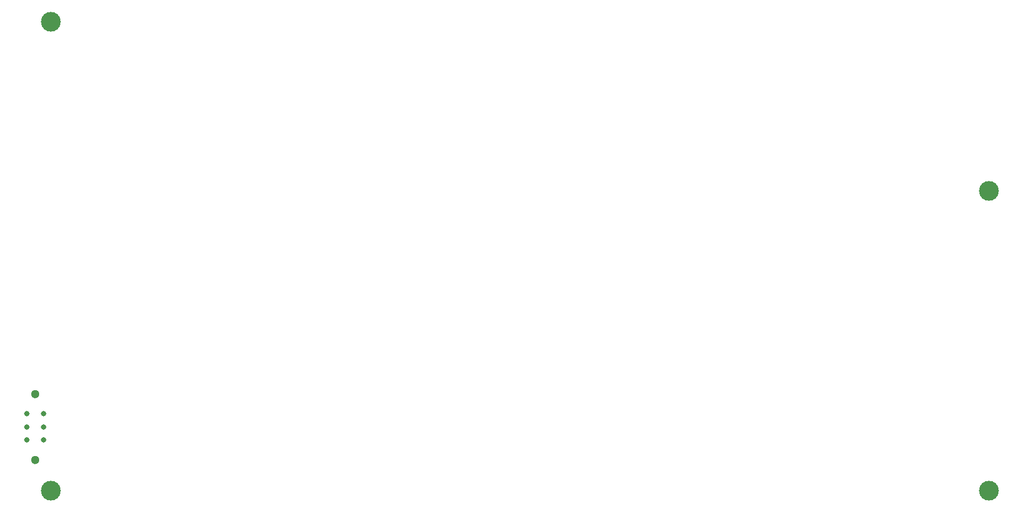
<source format=gbr>
G04 Layer_Color=0*
%FSLAX26Y26*%
%MOIN*%
%TF.FileFunction,NonPlated,1,2,NPTH,Drill*%
%TF.Part,Single*%
G01*
G75*
%TA.AperFunction,ComponentDrill*%
%ADD171C,0.051181*%
%ADD172C,0.031496*%
%TA.AperFunction,OtherDrill,Pad Free-0 (1550mil,4800mil)*%
%ADD173C,0.118110*%
%TA.AperFunction,OtherDrill,Pad Free-0 (1550mil,2000mil)*%
%ADD174C,0.118110*%
%TA.AperFunction,OtherDrill,Pad Free-0 (7146.85mil,2000mil)*%
%ADD175C,0.118110*%
%TA.AperFunction,OtherDrill,Pad Free-0 (7146.85mil,3790mil)*%
%ADD176C,0.118110*%
D171*
X1456693Y2185039D02*
D03*
Y2578740D02*
D03*
D172*
X1407480Y2303150D02*
D03*
Y2381890D02*
D03*
X1505906D02*
D03*
Y2303150D02*
D03*
Y2460630D02*
D03*
X1407480D02*
D03*
D173*
X1550000Y4800000D02*
D03*
D174*
X1550000Y2000000D02*
D03*
D175*
X7146850Y2000000D02*
D03*
D176*
X7146850Y3790000D02*
D03*
%TF.MD5,b81043ffce9752e23da79c6c77716e4d*%
M02*

</source>
